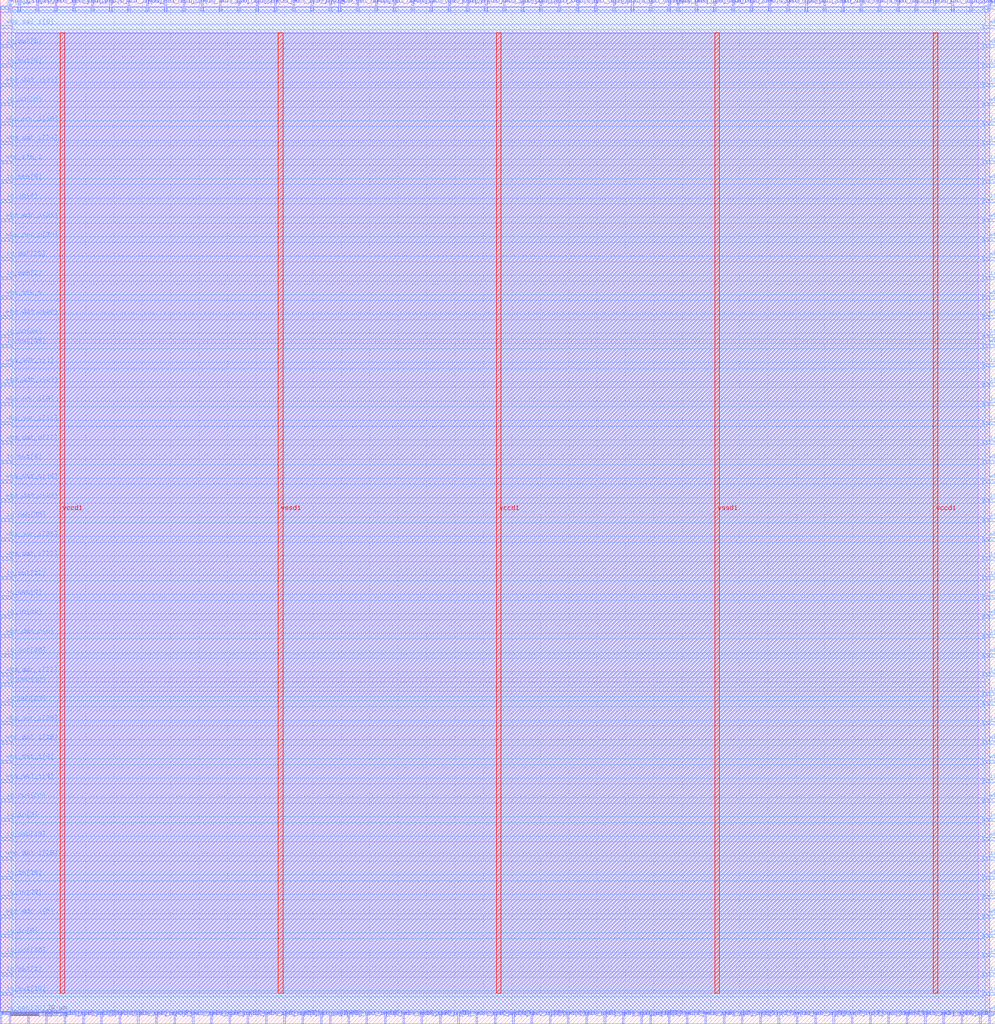
<source format=lef>
VERSION 5.7 ;
  NOWIREEXTENSIONATPIN ON ;
  DIVIDERCHAR "/" ;
  BUSBITCHARS "[]" ;
MACRO wrapped_etpu
  CLASS BLOCK ;
  FOREIGN wrapped_etpu ;
  ORIGIN 0.000 0.000 ;
  SIZE 350.000 BY 360.000 ;
  PIN active
    DIRECTION INPUT ;
    USE SIGNAL ;
    PORT
      LAYER met3 ;
        RECT 0.000 356.740 4.000 357.940 ;
    END
  END active
  PIN io_in[0]
    DIRECTION INPUT ;
    USE SIGNAL ;
    PORT
      LAYER met3 ;
        RECT 346.000 111.940 350.000 113.140 ;
    END
  END io_in[0]
  PIN io_in[10]
    DIRECTION INPUT ;
    USE SIGNAL ;
    PORT
      LAYER met2 ;
        RECT 260.770 0.000 261.330 4.000 ;
    END
  END io_in[10]
  PIN io_in[11]
    DIRECTION INPUT ;
    USE SIGNAL ;
    PORT
      LAYER met2 ;
        RECT 273.650 0.000 274.210 4.000 ;
    END
  END io_in[11]
  PIN io_in[12]
    DIRECTION INPUT ;
    USE SIGNAL ;
    PORT
      LAYER met2 ;
        RECT 80.450 0.000 81.010 4.000 ;
    END
  END io_in[12]
  PIN io_in[13]
    DIRECTION INPUT ;
    USE SIGNAL ;
    PORT
      LAYER met3 ;
        RECT 346.000 57.540 350.000 58.740 ;
    END
  END io_in[13]
  PIN io_in[14]
    DIRECTION INPUT ;
    USE SIGNAL ;
    PORT
      LAYER met3 ;
        RECT 346.000 43.940 350.000 45.140 ;
    END
  END io_in[14]
  PIN io_in[15]
    DIRECTION INPUT ;
    USE SIGNAL ;
    PORT
      LAYER met2 ;
        RECT 128.750 0.000 129.310 4.000 ;
    END
  END io_in[15]
  PIN io_in[16]
    DIRECTION INPUT ;
    USE SIGNAL ;
    PORT
      LAYER met3 ;
        RECT 0.000 50.740 4.000 51.940 ;
    END
  END io_in[16]
  PIN io_in[17]
    DIRECTION INPUT ;
    USE SIGNAL ;
    PORT
      LAYER met3 ;
        RECT 346.000 183.340 350.000 184.540 ;
    END
  END io_in[17]
  PIN io_in[18]
    DIRECTION INPUT ;
    USE SIGNAL ;
    PORT
      LAYER met3 ;
        RECT 346.000 135.740 350.000 136.940 ;
    END
  END io_in[18]
  PIN io_in[19]
    DIRECTION INPUT ;
    USE SIGNAL ;
    PORT
      LAYER met2 ;
        RECT 286.530 0.000 287.090 4.000 ;
    END
  END io_in[19]
  PIN io_in[1]
    DIRECTION INPUT ;
    USE SIGNAL ;
    PORT
      LAYER met2 ;
        RECT 109.430 356.000 109.990 360.000 ;
    END
  END io_in[1]
  PIN io_in[20]
    DIRECTION INPUT ;
    USE SIGNAL ;
    PORT
      LAYER met3 ;
        RECT 346.000 9.940 350.000 11.140 ;
    END
  END io_in[20]
  PIN io_in[21]
    DIRECTION INPUT ;
    USE SIGNAL ;
    PORT
      LAYER met3 ;
        RECT 346.000 261.540 350.000 262.740 ;
    END
  END io_in[21]
  PIN io_in[22]
    DIRECTION INPUT ;
    USE SIGNAL ;
    PORT
      LAYER met2 ;
        RECT 45.030 356.000 45.590 360.000 ;
    END
  END io_in[22]
  PIN io_in[23]
    DIRECTION INPUT ;
    USE SIGNAL ;
    PORT
      LAYER met2 ;
        RECT 296.190 356.000 296.750 360.000 ;
    END
  END io_in[23]
  PIN io_in[24]
    DIRECTION INPUT ;
    USE SIGNAL ;
    PORT
      LAYER met3 ;
        RECT 0.000 241.140 4.000 242.340 ;
    END
  END io_in[24]
  PIN io_in[25]
    DIRECTION INPUT ;
    USE SIGNAL ;
    PORT
      LAYER met2 ;
        RECT 321.950 356.000 322.510 360.000 ;
    END
  END io_in[25]
  PIN io_in[26]
    DIRECTION INPUT ;
    USE SIGNAL ;
    PORT
      LAYER met2 ;
        RECT 164.170 356.000 164.730 360.000 ;
    END
  END io_in[26]
  PIN io_in[27]
    DIRECTION INPUT ;
    USE SIGNAL ;
    PORT
      LAYER met2 ;
        RECT 267.210 0.000 267.770 4.000 ;
    END
  END io_in[27]
  PIN io_in[28]
    DIRECTION INPUT ;
    USE SIGNAL ;
    PORT
      LAYER met3 ;
        RECT 0.000 43.940 4.000 45.140 ;
    END
  END io_in[28]
  PIN io_in[29]
    DIRECTION INPUT ;
    USE SIGNAL ;
    PORT
      LAYER met2 ;
        RECT 228.570 0.000 229.130 4.000 ;
    END
  END io_in[29]
  PIN io_in[2]
    DIRECTION INPUT ;
    USE SIGNAL ;
    PORT
      LAYER met2 ;
        RECT 64.350 356.000 64.910 360.000 ;
    END
  END io_in[2]
  PIN io_in[30]
    DIRECTION INPUT ;
    USE SIGNAL ;
    PORT
      LAYER met2 ;
        RECT 6.390 356.000 6.950 360.000 ;
    END
  END io_in[30]
  PIN io_in[31]
    DIRECTION INPUT ;
    USE SIGNAL ;
    PORT
      LAYER met2 ;
        RECT 90.110 356.000 90.670 360.000 ;
    END
  END io_in[31]
  PIN io_in[32]
    DIRECTION INPUT ;
    USE SIGNAL ;
    PORT
      LAYER met3 ;
        RECT 0.000 142.540 4.000 143.740 ;
    END
  END io_in[32]
  PIN io_in[33]
    DIRECTION INPUT ;
    USE SIGNAL ;
    PORT
      LAYER met3 ;
        RECT 346.000 16.740 350.000 17.940 ;
    END
  END io_in[33]
  PIN io_in[34]
    DIRECTION INPUT ;
    USE SIGNAL ;
    PORT
      LAYER met2 ;
        RECT 186.710 0.000 187.270 4.000 ;
    END
  END io_in[34]
  PIN io_in[35]
    DIRECTION INPUT ;
    USE SIGNAL ;
    PORT
      LAYER met3 ;
        RECT 346.000 122.140 350.000 123.340 ;
    END
  END io_in[35]
  PIN io_in[36]
    DIRECTION INPUT ;
    USE SIGNAL ;
    PORT
      LAYER met3 ;
        RECT 0.000 322.740 4.000 323.940 ;
    END
  END io_in[36]
  PIN io_in[37]
    DIRECTION INPUT ;
    USE SIGNAL ;
    PORT
      LAYER met3 ;
        RECT 346.000 241.140 350.000 242.340 ;
    END
  END io_in[37]
  PIN io_in[3]
    DIRECTION INPUT ;
    USE SIGNAL ;
    PORT
      LAYER met2 ;
        RECT 299.410 0.000 299.970 4.000 ;
    END
  END io_in[3]
  PIN io_in[4]
    DIRECTION INPUT ;
    USE SIGNAL ;
    PORT
      LAYER met3 ;
        RECT 0.000 288.740 4.000 289.940 ;
    END
  END io_in[4]
  PIN io_in[5]
    DIRECTION INPUT ;
    USE SIGNAL ;
    PORT
      LAYER met2 ;
        RECT 115.870 0.000 116.430 4.000 ;
    END
  END io_in[5]
  PIN io_in[6]
    DIRECTION INPUT ;
    USE SIGNAL ;
    PORT
      LAYER met2 ;
        RECT 154.510 0.000 155.070 4.000 ;
    END
  END io_in[6]
  PIN io_in[7]
    DIRECTION INPUT ;
    USE SIGNAL ;
    PORT
      LAYER met2 ;
        RECT 292.970 0.000 293.530 4.000 ;
    END
  END io_in[7]
  PIN io_in[8]
    DIRECTION INPUT ;
    USE SIGNAL ;
    PORT
      LAYER met3 ;
        RECT 0.000 71.140 4.000 72.340 ;
    END
  END io_in[8]
  PIN io_in[9]
    DIRECTION INPUT ;
    USE SIGNAL ;
    PORT
      LAYER met3 ;
        RECT 0.000 30.340 4.000 31.540 ;
    END
  END io_in[9]
  PIN io_oeb[0]
    DIRECTION INOUT ;
    USE SIGNAL ;
    PORT
      LAYER met2 ;
        RECT 235.010 0.000 235.570 4.000 ;
    END
  END io_oeb[0]
  PIN io_oeb[10]
    DIRECTION INOUT ;
    USE SIGNAL ;
    PORT
      LAYER met2 ;
        RECT 251.110 356.000 251.670 360.000 ;
    END
  END io_oeb[10]
  PIN io_oeb[11]
    DIRECTION INOUT ;
    USE SIGNAL ;
    PORT
      LAYER met2 ;
        RECT 312.290 0.000 312.850 4.000 ;
    END
  END io_oeb[11]
  PIN io_oeb[12]
    DIRECTION INOUT ;
    USE SIGNAL ;
    PORT
      LAYER met2 ;
        RECT 263.990 356.000 264.550 360.000 ;
    END
  END io_oeb[12]
  PIN io_oeb[13]
    DIRECTION INOUT ;
    USE SIGNAL ;
    PORT
      LAYER met3 ;
        RECT 346.000 217.340 350.000 218.540 ;
    END
  END io_oeb[13]
  PIN io_oeb[14]
    DIRECTION INOUT ;
    USE SIGNAL ;
    PORT
      LAYER met3 ;
        RECT 346.000 288.740 350.000 289.940 ;
    END
  END io_oeb[14]
  PIN io_oeb[15]
    DIRECTION INOUT ;
    USE SIGNAL ;
    PORT
      LAYER met3 ;
        RECT 346.000 210.540 350.000 211.740 ;
    END
  END io_oeb[15]
  PIN io_oeb[16]
    DIRECTION INOUT ;
    USE SIGNAL ;
    PORT
      LAYER met3 ;
        RECT 0.000 118.740 4.000 119.940 ;
    END
  END io_oeb[16]
  PIN io_oeb[17]
    DIRECTION INOUT ;
    USE SIGNAL ;
    PORT
      LAYER met2 ;
        RECT 173.830 0.000 174.390 4.000 ;
    END
  END io_oeb[17]
  PIN io_oeb[18]
    DIRECTION INOUT ;
    USE SIGNAL ;
    PORT
      LAYER met2 ;
        RECT 315.510 356.000 316.070 360.000 ;
    END
  END io_oeb[18]
  PIN io_oeb[19]
    DIRECTION INOUT ;
    USE SIGNAL ;
    PORT
      LAYER met3 ;
        RECT 0.000 64.340 4.000 65.540 ;
    END
  END io_oeb[19]
  PIN io_oeb[1]
    DIRECTION INOUT ;
    USE SIGNAL ;
    PORT
      LAYER met3 ;
        RECT 346.000 23.540 350.000 24.740 ;
    END
  END io_oeb[1]
  PIN io_oeb[20]
    DIRECTION INOUT ;
    USE SIGNAL ;
    PORT
      LAYER met3 ;
        RECT 0.000 3.140 4.000 4.340 ;
    END
  END io_oeb[20]
  PIN io_oeb[21]
    DIRECTION INOUT ;
    USE SIGNAL ;
    PORT
      LAYER met2 ;
        RECT 99.770 0.000 100.330 4.000 ;
    END
  END io_oeb[21]
  PIN io_oeb[22]
    DIRECTION INOUT ;
    USE SIGNAL ;
    PORT
      LAYER met3 ;
        RECT 346.000 329.540 350.000 330.740 ;
    END
  END io_oeb[22]
  PIN io_oeb[23]
    DIRECTION INOUT ;
    USE SIGNAL ;
    PORT
      LAYER met2 ;
        RECT 283.310 356.000 283.870 360.000 ;
    END
  END io_oeb[23]
  PIN io_oeb[24]
    DIRECTION INOUT ;
    USE SIGNAL ;
    PORT
      LAYER met2 ;
        RECT 28.930 0.000 29.490 4.000 ;
    END
  END io_oeb[24]
  PIN io_oeb[25]
    DIRECTION INOUT ;
    USE SIGNAL ;
    PORT
      LAYER met2 ;
        RECT 112.650 0.000 113.210 4.000 ;
    END
  END io_oeb[25]
  PIN io_oeb[26]
    DIRECTION INOUT ;
    USE SIGNAL ;
    PORT
      LAYER met3 ;
        RECT 346.000 203.740 350.000 204.940 ;
    END
  END io_oeb[26]
  PIN io_oeb[27]
    DIRECTION INOUT ;
    USE SIGNAL ;
    PORT
      LAYER met2 ;
        RECT 225.350 0.000 225.910 4.000 ;
    END
  END io_oeb[27]
  PIN io_oeb[28]
    DIRECTION INOUT ;
    USE SIGNAL ;
    PORT
      LAYER met3 ;
        RECT 0.000 111.940 4.000 113.140 ;
    END
  END io_oeb[28]
  PIN io_oeb[29]
    DIRECTION INOUT ;
    USE SIGNAL ;
    PORT
      LAYER met2 ;
        RECT 157.730 356.000 158.290 360.000 ;
    END
  END io_oeb[29]
  PIN io_oeb[2]
    DIRECTION INOUT ;
    USE SIGNAL ;
    PORT
      LAYER met3 ;
        RECT 0.000 261.540 4.000 262.740 ;
    END
  END io_oeb[2]
  PIN io_oeb[30]
    DIRECTION INOUT ;
    USE SIGNAL ;
    PORT
      LAYER met2 ;
        RECT 25.710 356.000 26.270 360.000 ;
    END
  END io_oeb[30]
  PIN io_oeb[31]
    DIRECTION INOUT ;
    USE SIGNAL ;
    PORT
      LAYER met2 ;
        RECT 341.270 356.000 341.830 360.000 ;
    END
  END io_oeb[31]
  PIN io_oeb[32]
    DIRECTION INOUT ;
    USE SIGNAL ;
    PORT
      LAYER met2 ;
        RECT 196.370 356.000 196.930 360.000 ;
    END
  END io_oeb[32]
  PIN io_oeb[33]
    DIRECTION INOUT ;
    USE SIGNAL ;
    PORT
      LAYER met3 ;
        RECT 346.000 309.140 350.000 310.340 ;
    END
  END io_oeb[33]
  PIN io_oeb[34]
    DIRECTION INOUT ;
    USE SIGNAL ;
    PORT
      LAYER met3 ;
        RECT 346.000 315.940 350.000 317.140 ;
    END
  END io_oeb[34]
  PIN io_oeb[35]
    DIRECTION INOUT ;
    USE SIGNAL ;
    PORT
      LAYER met3 ;
        RECT 0.000 176.540 4.000 177.740 ;
    END
  END io_oeb[35]
  PIN io_oeb[36]
    DIRECTION INOUT ;
    USE SIGNAL ;
    PORT
      LAYER met2 ;
        RECT 289.750 356.000 290.310 360.000 ;
    END
  END io_oeb[36]
  PIN io_oeb[37]
    DIRECTION INOUT ;
    USE SIGNAL ;
    PORT
      LAYER met3 ;
        RECT 346.000 230.940 350.000 232.140 ;
    END
  END io_oeb[37]
  PIN io_oeb[3]
    DIRECTION INOUT ;
    USE SIGNAL ;
    PORT
      LAYER met2 ;
        RECT 57.910 356.000 58.470 360.000 ;
    END
  END io_oeb[3]
  PIN io_oeb[4]
    DIRECTION INOUT ;
    USE SIGNAL ;
    PORT
      LAYER met3 ;
        RECT 346.000 105.140 350.000 106.340 ;
    END
  END io_oeb[4]
  PIN io_oeb[5]
    DIRECTION INOUT ;
    USE SIGNAL ;
    PORT
      LAYER met3 ;
        RECT 0.000 295.540 4.000 296.740 ;
    END
  END io_oeb[5]
  PIN io_oeb[6]
    DIRECTION INOUT ;
    USE SIGNAL ;
    PORT
      LAYER met2 ;
        RECT 32.150 356.000 32.710 360.000 ;
    END
  END io_oeb[6]
  PIN io_oeb[7]
    DIRECTION INOUT ;
    USE SIGNAL ;
    PORT
      LAYER met3 ;
        RECT 346.000 336.340 350.000 337.540 ;
    END
  END io_oeb[7]
  PIN io_oeb[8]
    DIRECTION INOUT ;
    USE SIGNAL ;
    PORT
      LAYER met3 ;
        RECT 346.000 176.540 350.000 177.740 ;
    END
  END io_oeb[8]
  PIN io_oeb[9]
    DIRECTION INOUT ;
    USE SIGNAL ;
    PORT
      LAYER met3 ;
        RECT 0.000 149.340 4.000 150.540 ;
    END
  END io_oeb[9]
  PIN io_out[0]
    DIRECTION INOUT ;
    USE SIGNAL ;
    PORT
      LAYER met3 ;
        RECT 0.000 336.340 4.000 337.540 ;
    END
  END io_out[0]
  PIN io_out[10]
    DIRECTION INOUT ;
    USE SIGNAL ;
    PORT
      LAYER met3 ;
        RECT 0.000 9.940 4.000 11.140 ;
    END
  END io_out[10]
  PIN io_out[11]
    DIRECTION INOUT ;
    USE SIGNAL ;
    PORT
      LAYER met2 ;
        RECT 193.150 0.000 193.710 4.000 ;
    END
  END io_out[11]
  PIN io_out[12]
    DIRECTION INOUT ;
    USE SIGNAL ;
    PORT
      LAYER met3 ;
        RECT 0.000 156.140 4.000 157.340 ;
    END
  END io_out[12]
  PIN io_out[13]
    DIRECTION INOUT ;
    USE SIGNAL ;
    PORT
      LAYER met2 ;
        RECT 215.690 356.000 216.250 360.000 ;
    END
  END io_out[13]
  PIN io_out[14]
    DIRECTION INOUT ;
    USE SIGNAL ;
    PORT
      LAYER met2 ;
        RECT 347.710 356.000 348.270 360.000 ;
    END
  END io_out[14]
  PIN io_out[15]
    DIRECTION INOUT ;
    USE SIGNAL ;
    PORT
      LAYER met3 ;
        RECT 0.000 237.740 4.000 238.940 ;
    END
  END io_out[15]
  PIN io_out[16]
    DIRECTION INOUT ;
    USE SIGNAL ;
    PORT
      LAYER met2 ;
        RECT 35.370 0.000 35.930 4.000 ;
    END
  END io_out[16]
  PIN io_out[17]
    DIRECTION INOUT ;
    USE SIGNAL ;
    PORT
      LAYER met2 ;
        RECT 125.530 356.000 126.090 360.000 ;
    END
  END io_out[17]
  PIN io_out[18]
    DIRECTION INOUT ;
    USE SIGNAL ;
    PORT
      LAYER met3 ;
        RECT 346.000 84.740 350.000 85.940 ;
    END
  END io_out[18]
  PIN io_out[19]
    DIRECTION INOUT ;
    USE SIGNAL ;
    PORT
      LAYER met2 ;
        RECT 302.630 356.000 303.190 360.000 ;
    END
  END io_out[19]
  PIN io_out[1]
    DIRECTION INOUT ;
    USE SIGNAL ;
    PORT
      LAYER met3 ;
        RECT 0.000 16.740 4.000 17.940 ;
    END
  END io_out[1]
  PIN io_out[20]
    DIRECTION INOUT ;
    USE SIGNAL ;
    PORT
      LAYER met3 ;
        RECT 0.000 128.940 4.000 130.140 ;
    END
  END io_out[20]
  PIN io_out[21]
    DIRECTION INOUT ;
    USE SIGNAL ;
    PORT
      LAYER met2 ;
        RECT 305.850 0.000 306.410 4.000 ;
    END
  END io_out[21]
  PIN io_out[22]
    DIRECTION INOUT ;
    USE SIGNAL ;
    PORT
      LAYER met2 ;
        RECT 334.830 356.000 335.390 360.000 ;
    END
  END io_out[22]
  PIN io_out[23]
    DIRECTION INOUT ;
    USE SIGNAL ;
    PORT
      LAYER met2 ;
        RECT 235.010 356.000 235.570 360.000 ;
    END
  END io_out[23]
  PIN io_out[24]
    DIRECTION INOUT ;
    USE SIGNAL ;
    PORT
      LAYER met3 ;
        RECT 346.000 224.140 350.000 225.340 ;
    END
  END io_out[24]
  PIN io_out[25]
    DIRECTION INOUT ;
    USE SIGNAL ;
    PORT
      LAYER met3 ;
        RECT 0.000 268.340 4.000 269.540 ;
    END
  END io_out[25]
  PIN io_out[26]
    DIRECTION INOUT ;
    USE SIGNAL ;
    PORT
      LAYER met2 ;
        RECT 347.710 0.000 348.270 4.000 ;
    END
  END io_out[26]
  PIN io_out[27]
    DIRECTION INOUT ;
    USE SIGNAL ;
    PORT
      LAYER met3 ;
        RECT 346.000 156.140 350.000 157.340 ;
    END
  END io_out[27]
  PIN io_out[28]
    DIRECTION INOUT ;
    USE SIGNAL ;
    PORT
      LAYER met2 ;
        RECT 209.250 356.000 209.810 360.000 ;
    END
  END io_out[28]
  PIN io_out[29]
    DIRECTION INOUT ;
    USE SIGNAL ;
    PORT
      LAYER met2 ;
        RECT 257.550 356.000 258.110 360.000 ;
    END
  END io_out[29]
  PIN io_out[2]
    DIRECTION INOUT ;
    USE SIGNAL ;
    PORT
      LAYER met3 ;
        RECT 346.000 115.340 350.000 116.540 ;
    END
  END io_out[2]
  PIN io_out[30]
    DIRECTION INOUT ;
    USE SIGNAL ;
    PORT
      LAYER met3 ;
        RECT 0.000 23.540 4.000 24.740 ;
    END
  END io_out[30]
  PIN io_out[31]
    DIRECTION INOUT ;
    USE SIGNAL ;
    PORT
      LAYER met2 ;
        RECT 228.570 356.000 229.130 360.000 ;
    END
  END io_out[31]
  PIN io_out[32]
    DIRECTION INOUT ;
    USE SIGNAL ;
    PORT
      LAYER met2 ;
        RECT 83.670 356.000 84.230 360.000 ;
    END
  END io_out[32]
  PIN io_out[33]
    DIRECTION INOUT ;
    USE SIGNAL ;
    PORT
      LAYER met2 ;
        RECT 138.410 356.000 138.970 360.000 ;
    END
  END io_out[33]
  PIN io_out[34]
    DIRECTION INOUT ;
    USE SIGNAL ;
    PORT
      LAYER met2 ;
        RECT 189.930 356.000 190.490 360.000 ;
    END
  END io_out[34]
  PIN io_out[35]
    DIRECTION INOUT ;
    USE SIGNAL ;
    PORT
      LAYER met2 ;
        RECT 344.490 0.000 345.050 4.000 ;
    END
  END io_out[35]
  PIN io_out[36]
    DIRECTION INOUT ;
    USE SIGNAL ;
    PORT
      LAYER met3 ;
        RECT 0.000 77.940 4.000 79.140 ;
    END
  END io_out[36]
  PIN io_out[37]
    DIRECTION INOUT ;
    USE SIGNAL ;
    PORT
      LAYER met3 ;
        RECT 346.000 30.340 350.000 31.540 ;
    END
  END io_out[37]
  PIN io_out[3]
    DIRECTION INOUT ;
    USE SIGNAL ;
    PORT
      LAYER met2 ;
        RECT 54.690 0.000 55.250 4.000 ;
    END
  END io_out[3]
  PIN io_out[4]
    DIRECTION INOUT ;
    USE SIGNAL ;
    PORT
      LAYER met3 ;
        RECT 0.000 196.940 4.000 198.140 ;
    END
  END io_out[4]
  PIN io_out[5]
    DIRECTION INOUT ;
    USE SIGNAL ;
    PORT
      LAYER met2 ;
        RECT 183.490 356.000 184.050 360.000 ;
    END
  END io_out[5]
  PIN io_out[6]
    DIRECTION INOUT ;
    USE SIGNAL ;
    PORT
      LAYER met3 ;
        RECT 346.000 162.940 350.000 164.140 ;
    END
  END io_out[6]
  PIN io_out[7]
    DIRECTION INOUT ;
    USE SIGNAL ;
    PORT
      LAYER met3 ;
        RECT 346.000 71.140 350.000 72.340 ;
    END
  END io_out[7]
  PIN io_out[8]
    DIRECTION INOUT ;
    USE SIGNAL ;
    PORT
      LAYER met3 ;
        RECT 0.000 343.140 4.000 344.340 ;
    END
  END io_out[8]
  PIN io_out[9]
    DIRECTION INOUT ;
    USE SIGNAL ;
    PORT
      LAYER met3 ;
        RECT 346.000 302.340 350.000 303.540 ;
    END
  END io_out[9]
  PIN vccd1
    DIRECTION INOUT ;
    USE POWER ;
    PORT
      LAYER met4 ;
        RECT 21.040 10.640 22.640 348.400 ;
    END
    PORT
      LAYER met4 ;
        RECT 174.640 10.640 176.240 348.400 ;
    END
    PORT
      LAYER met4 ;
        RECT 328.240 10.640 329.840 348.400 ;
    END
  END vccd1
  PIN vssd1
    DIRECTION INOUT ;
    USE GROUND ;
    PORT
      LAYER met4 ;
        RECT 97.840 10.640 99.440 348.400 ;
    END
    PORT
      LAYER met4 ;
        RECT 251.440 10.640 253.040 348.400 ;
    END
  END vssd1
  PIN wb_clk_i
    DIRECTION INPUT ;
    USE SIGNAL ;
    PORT
      LAYER met2 ;
        RECT 115.870 356.000 116.430 360.000 ;
    END
  END wb_clk_i
  PIN wb_rst_i
    DIRECTION INPUT ;
    USE SIGNAL ;
    PORT
      LAYER met3 ;
        RECT 346.000 349.940 350.000 351.140 ;
    END
  END wb_rst_i
  PIN wbs_ack_o
    DIRECTION INOUT ;
    USE SIGNAL ;
    PORT
      LAYER met3 ;
        RECT 0.000 254.740 4.000 255.940 ;
    END
  END wbs_ack_o
  PIN wbs_adr_i[0]
    DIRECTION INPUT ;
    USE SIGNAL ;
    PORT
      LAYER met3 ;
        RECT 346.000 237.740 350.000 238.940 ;
    END
  END wbs_adr_i[0]
  PIN wbs_adr_i[10]
    DIRECTION INPUT ;
    USE SIGNAL ;
    PORT
      LAYER met3 ;
        RECT 346.000 295.540 350.000 296.740 ;
    END
  END wbs_adr_i[10]
  PIN wbs_adr_i[11]
    DIRECTION INPUT ;
    USE SIGNAL ;
    PORT
      LAYER met3 ;
        RECT 0.000 210.540 4.000 211.740 ;
    END
  END wbs_adr_i[11]
  PIN wbs_adr_i[12]
    DIRECTION INPUT ;
    USE SIGNAL ;
    PORT
      LAYER met2 ;
        RECT 16.050 0.000 16.610 4.000 ;
    END
  END wbs_adr_i[12]
  PIN wbs_adr_i[13]
    DIRECTION INPUT ;
    USE SIGNAL ;
    PORT
      LAYER met2 ;
        RECT 135.190 0.000 135.750 4.000 ;
    END
  END wbs_adr_i[13]
  PIN wbs_adr_i[14]
    DIRECTION INPUT ;
    USE SIGNAL ;
    PORT
      LAYER met3 ;
        RECT 346.000 91.540 350.000 92.740 ;
    END
  END wbs_adr_i[14]
  PIN wbs_adr_i[15]
    DIRECTION INPUT ;
    USE SIGNAL ;
    PORT
      LAYER met2 ;
        RECT 177.050 356.000 177.610 360.000 ;
    END
  END wbs_adr_i[15]
  PIN wbs_adr_i[16]
    DIRECTION INPUT ;
    USE SIGNAL ;
    PORT
      LAYER met2 ;
        RECT 160.950 0.000 161.510 4.000 ;
    END
  END wbs_adr_i[16]
  PIN wbs_adr_i[17]
    DIRECTION INPUT ;
    USE SIGNAL ;
    PORT
      LAYER met3 ;
        RECT 346.000 64.340 350.000 65.540 ;
    END
  END wbs_adr_i[17]
  PIN wbs_adr_i[18]
    DIRECTION INPUT ;
    USE SIGNAL ;
    PORT
      LAYER met2 ;
        RECT 338.050 0.000 338.610 4.000 ;
    END
  END wbs_adr_i[18]
  PIN wbs_adr_i[19]
    DIRECTION INPUT ;
    USE SIGNAL ;
    PORT
      LAYER met3 ;
        RECT 0.000 315.940 4.000 317.140 ;
    END
  END wbs_adr_i[19]
  PIN wbs_adr_i[1]
    DIRECTION INPUT ;
    USE SIGNAL ;
    PORT
      LAYER met3 ;
        RECT 0.000 230.940 4.000 232.140 ;
    END
  END wbs_adr_i[1]
  PIN wbs_adr_i[20]
    DIRECTION INPUT ;
    USE SIGNAL ;
    PORT
      LAYER met3 ;
        RECT 346.000 196.940 350.000 198.140 ;
    END
  END wbs_adr_i[20]
  PIN wbs_adr_i[21]
    DIRECTION INPUT ;
    USE SIGNAL ;
    PORT
      LAYER met3 ;
        RECT 0.000 281.940 4.000 283.140 ;
    END
  END wbs_adr_i[21]
  PIN wbs_adr_i[22]
    DIRECTION INPUT ;
    USE SIGNAL ;
    PORT
      LAYER met3 ;
        RECT 0.000 122.140 4.000 123.340 ;
    END
  END wbs_adr_i[22]
  PIN wbs_adr_i[23]
    DIRECTION INPUT ;
    USE SIGNAL ;
    PORT
      LAYER met2 ;
        RECT 325.170 0.000 325.730 4.000 ;
    END
  END wbs_adr_i[23]
  PIN wbs_adr_i[24]
    DIRECTION INPUT ;
    USE SIGNAL ;
    PORT
      LAYER met2 ;
        RECT 102.990 356.000 103.550 360.000 ;
    END
  END wbs_adr_i[24]
  PIN wbs_adr_i[25]
    DIRECTION INPUT ;
    USE SIGNAL ;
    PORT
      LAYER met2 ;
        RECT 141.630 0.000 142.190 4.000 ;
    END
  END wbs_adr_i[25]
  PIN wbs_adr_i[26]
    DIRECTION INPUT ;
    USE SIGNAL ;
    PORT
      LAYER met3 ;
        RECT 0.000 169.740 4.000 170.940 ;
    END
  END wbs_adr_i[26]
  PIN wbs_adr_i[27]
    DIRECTION INPUT ;
    USE SIGNAL ;
    PORT
      LAYER met3 ;
        RECT 0.000 224.140 4.000 225.340 ;
    END
  END wbs_adr_i[27]
  PIN wbs_adr_i[28]
    DIRECTION INPUT ;
    USE SIGNAL ;
    PORT
      LAYER met3 ;
        RECT 0.000 105.140 4.000 106.340 ;
    END
  END wbs_adr_i[28]
  PIN wbs_adr_i[29]
    DIRECTION INPUT ;
    USE SIGNAL ;
    PORT
      LAYER met2 ;
        RECT 96.550 356.000 97.110 360.000 ;
    END
  END wbs_adr_i[29]
  PIN wbs_adr_i[2]
    DIRECTION INPUT ;
    USE SIGNAL ;
    PORT
      LAYER met2 ;
        RECT 106.210 0.000 106.770 4.000 ;
    END
  END wbs_adr_i[2]
  PIN wbs_adr_i[30]
    DIRECTION INPUT ;
    USE SIGNAL ;
    PORT
      LAYER met2 ;
        RECT 38.590 356.000 39.150 360.000 ;
    END
  END wbs_adr_i[30]
  PIN wbs_adr_i[31]
    DIRECTION INPUT ;
    USE SIGNAL ;
    PORT
      LAYER met3 ;
        RECT 346.000 37.140 350.000 38.340 ;
    END
  END wbs_adr_i[31]
  PIN wbs_adr_i[3]
    DIRECTION INPUT ;
    USE SIGNAL ;
    PORT
      LAYER met2 ;
        RECT 212.470 0.000 213.030 4.000 ;
    END
  END wbs_adr_i[3]
  PIN wbs_adr_i[4]
    DIRECTION INPUT ;
    USE SIGNAL ;
    PORT
      LAYER met3 ;
        RECT 346.000 281.940 350.000 283.140 ;
    END
  END wbs_adr_i[4]
  PIN wbs_adr_i[5]
    DIRECTION INPUT ;
    USE SIGNAL ;
    PORT
      LAYER met3 ;
        RECT 0.000 37.140 4.000 38.340 ;
    END
  END wbs_adr_i[5]
  PIN wbs_adr_i[6]
    DIRECTION INPUT ;
    USE SIGNAL ;
    PORT
      LAYER met2 ;
        RECT 86.890 0.000 87.450 4.000 ;
    END
  END wbs_adr_i[6]
  PIN wbs_adr_i[7]
    DIRECTION INPUT ;
    USE SIGNAL ;
    PORT
      LAYER met2 ;
        RECT 70.790 356.000 71.350 360.000 ;
    END
  END wbs_adr_i[7]
  PIN wbs_adr_i[8]
    DIRECTION INPUT ;
    USE SIGNAL ;
    PORT
      LAYER met2 ;
        RECT 280.090 0.000 280.650 4.000 ;
    END
  END wbs_adr_i[8]
  PIN wbs_adr_i[9]
    DIRECTION INPUT ;
    USE SIGNAL ;
    PORT
      LAYER met3 ;
        RECT 0.000 217.340 4.000 218.540 ;
    END
  END wbs_adr_i[9]
  PIN wbs_cyc_i
    DIRECTION INPUT ;
    USE SIGNAL ;
    PORT
      LAYER met2 ;
        RECT 276.870 356.000 277.430 360.000 ;
    END
  END wbs_cyc_i
  PIN wbs_dat_i[0]
    DIRECTION INPUT ;
    USE SIGNAL ;
    PORT
      LAYER met2 ;
        RECT 3.170 356.000 3.730 360.000 ;
    END
  END wbs_dat_i[0]
  PIN wbs_dat_i[10]
    DIRECTION INPUT ;
    USE SIGNAL ;
    PORT
      LAYER met2 ;
        RECT 77.230 356.000 77.790 360.000 ;
    END
  END wbs_dat_i[10]
  PIN wbs_dat_i[11]
    DIRECTION INPUT ;
    USE SIGNAL ;
    PORT
      LAYER met2 ;
        RECT 131.970 356.000 132.530 360.000 ;
    END
  END wbs_dat_i[11]
  PIN wbs_dat_i[12]
    DIRECTION INPUT ;
    USE SIGNAL ;
    PORT
      LAYER met2 ;
        RECT 119.090 356.000 119.650 360.000 ;
    END
  END wbs_dat_i[12]
  PIN wbs_dat_i[13]
    DIRECTION INPUT ;
    USE SIGNAL ;
    PORT
      LAYER met2 ;
        RECT 9.610 0.000 10.170 4.000 ;
    END
  END wbs_dat_i[13]
  PIN wbs_dat_i[14]
    DIRECTION INPUT ;
    USE SIGNAL ;
    PORT
      LAYER met2 ;
        RECT 61.130 0.000 61.690 4.000 ;
    END
  END wbs_dat_i[14]
  PIN wbs_dat_i[15]
    DIRECTION INPUT ;
    USE SIGNAL ;
    PORT
      LAYER met3 ;
        RECT 0.000 98.340 4.000 99.540 ;
    END
  END wbs_dat_i[15]
  PIN wbs_dat_i[16]
    DIRECTION INPUT ;
    USE SIGNAL ;
    PORT
      LAYER met2 ;
        RECT 167.390 0.000 167.950 4.000 ;
    END
  END wbs_dat_i[16]
  PIN wbs_dat_i[17]
    DIRECTION INPUT ;
    USE SIGNAL ;
    PORT
      LAYER met3 ;
        RECT 346.000 343.140 350.000 344.340 ;
    END
  END wbs_dat_i[17]
  PIN wbs_dat_i[18]
    DIRECTION INPUT ;
    USE SIGNAL ;
    PORT
      LAYER met2 ;
        RECT 12.830 356.000 13.390 360.000 ;
    END
  END wbs_dat_i[18]
  PIN wbs_dat_i[19]
    DIRECTION INPUT ;
    USE SIGNAL ;
    PORT
      LAYER met2 ;
        RECT 170.610 356.000 171.170 360.000 ;
    END
  END wbs_dat_i[19]
  PIN wbs_dat_i[1]
    DIRECTION INPUT ;
    USE SIGNAL ;
    PORT
      LAYER met2 ;
        RECT 41.810 0.000 42.370 4.000 ;
    END
  END wbs_dat_i[1]
  PIN wbs_dat_i[20]
    DIRECTION INPUT ;
    USE SIGNAL ;
    PORT
      LAYER met3 ;
        RECT 346.000 128.940 350.000 130.140 ;
    END
  END wbs_dat_i[20]
  PIN wbs_dat_i[21]
    DIRECTION INPUT ;
    USE SIGNAL ;
    PORT
      LAYER met3 ;
        RECT 346.000 268.340 350.000 269.540 ;
    END
  END wbs_dat_i[21]
  PIN wbs_dat_i[22]
    DIRECTION INPUT ;
    USE SIGNAL ;
    PORT
      LAYER met3 ;
        RECT 0.000 162.940 4.000 164.140 ;
    END
  END wbs_dat_i[22]
  PIN wbs_dat_i[23]
    DIRECTION INPUT ;
    USE SIGNAL ;
    PORT
      LAYER met3 ;
        RECT 346.000 190.140 350.000 191.340 ;
    END
  END wbs_dat_i[23]
  PIN wbs_dat_i[24]
    DIRECTION INPUT ;
    USE SIGNAL ;
    PORT
      LAYER met3 ;
        RECT 0.000 309.140 4.000 310.340 ;
    END
  END wbs_dat_i[24]
  PIN wbs_dat_i[25]
    DIRECTION INPUT ;
    USE SIGNAL ;
    PORT
      LAYER met3 ;
        RECT 0.000 57.540 4.000 58.740 ;
    END
  END wbs_dat_i[25]
  PIN wbs_dat_i[26]
    DIRECTION INPUT ;
    USE SIGNAL ;
    PORT
      LAYER met3 ;
        RECT 346.000 322.740 350.000 323.940 ;
    END
  END wbs_dat_i[26]
  PIN wbs_dat_i[27]
    DIRECTION INPUT ;
    USE SIGNAL ;
    PORT
      LAYER met2 ;
        RECT 202.810 356.000 203.370 360.000 ;
    END
  END wbs_dat_i[27]
  PIN wbs_dat_i[28]
    DIRECTION INPUT ;
    USE SIGNAL ;
    PORT
      LAYER met2 ;
        RECT 93.330 0.000 93.890 4.000 ;
    END
  END wbs_dat_i[28]
  PIN wbs_dat_i[29]
    DIRECTION INPUT ;
    USE SIGNAL ;
    PORT
      LAYER met3 ;
        RECT 346.000 142.540 350.000 143.740 ;
    END
  END wbs_dat_i[29]
  PIN wbs_dat_i[2]
    DIRECTION INPUT ;
    USE SIGNAL ;
    PORT
      LAYER met2 ;
        RECT 247.890 0.000 248.450 4.000 ;
    END
  END wbs_dat_i[2]
  PIN wbs_dat_i[30]
    DIRECTION INPUT ;
    USE SIGNAL ;
    PORT
      LAYER met3 ;
        RECT 346.000 50.740 350.000 51.940 ;
    END
  END wbs_dat_i[30]
  PIN wbs_dat_i[31]
    DIRECTION INPUT ;
    USE SIGNAL ;
    PORT
      LAYER met3 ;
        RECT 0.000 329.540 4.000 330.740 ;
    END
  END wbs_dat_i[31]
  PIN wbs_dat_i[3]
    DIRECTION INPUT ;
    USE SIGNAL ;
    PORT
      LAYER met2 ;
        RECT 318.730 0.000 319.290 4.000 ;
    END
  END wbs_dat_i[3]
  PIN wbs_dat_i[4]
    DIRECTION INPUT ;
    USE SIGNAL ;
    PORT
      LAYER met2 ;
        RECT 48.250 0.000 48.810 4.000 ;
    END
  END wbs_dat_i[4]
  PIN wbs_dat_i[5]
    DIRECTION INPUT ;
    USE SIGNAL ;
    PORT
      LAYER met2 ;
        RECT 148.070 0.000 148.630 4.000 ;
    END
  END wbs_dat_i[5]
  PIN wbs_dat_i[6]
    DIRECTION INPUT ;
    USE SIGNAL ;
    PORT
      LAYER met3 ;
        RECT 346.000 98.340 350.000 99.540 ;
    END
  END wbs_dat_i[6]
  PIN wbs_dat_i[7]
    DIRECTION INPUT ;
    USE SIGNAL ;
    PORT
      LAYER met3 ;
        RECT 346.000 356.740 350.000 357.940 ;
    END
  END wbs_dat_i[7]
  PIN wbs_dat_i[8]
    DIRECTION INPUT ;
    USE SIGNAL ;
    PORT
      LAYER met3 ;
        RECT 0.000 91.540 4.000 92.740 ;
    END
  END wbs_dat_i[8]
  PIN wbs_dat_i[9]
    DIRECTION INPUT ;
    USE SIGNAL ;
    PORT
      LAYER met2 ;
        RECT 331.610 0.000 332.170 4.000 ;
    END
  END wbs_dat_i[9]
  PIN wbs_dat_o[0]
    DIRECTION INOUT ;
    USE SIGNAL ;
    PORT
      LAYER met3 ;
        RECT 0.000 135.740 4.000 136.940 ;
    END
  END wbs_dat_o[0]
  PIN wbs_dat_o[10]
    DIRECTION INOUT ;
    USE SIGNAL ;
    PORT
      LAYER met3 ;
        RECT 346.000 149.340 350.000 150.540 ;
    END
  END wbs_dat_o[10]
  PIN wbs_dat_o[11]
    DIRECTION INOUT ;
    USE SIGNAL ;
    PORT
      LAYER met2 ;
        RECT 3.170 0.000 3.730 4.000 ;
    END
  END wbs_dat_o[11]
  PIN wbs_dat_o[12]
    DIRECTION INOUT ;
    USE SIGNAL ;
    PORT
      LAYER met3 ;
        RECT 346.000 275.140 350.000 276.340 ;
    END
  END wbs_dat_o[12]
  PIN wbs_dat_o[13]
    DIRECTION INOUT ;
    USE SIGNAL ;
    PORT
      LAYER met2 ;
        RECT 328.390 356.000 328.950 360.000 ;
    END
  END wbs_dat_o[13]
  PIN wbs_dat_o[14]
    DIRECTION INOUT ;
    USE SIGNAL ;
    PORT
      LAYER met3 ;
        RECT 346.000 3.140 350.000 4.340 ;
    END
  END wbs_dat_o[14]
  PIN wbs_dat_o[15]
    DIRECTION INOUT ;
    USE SIGNAL ;
    PORT
      LAYER met2 ;
        RECT 309.070 356.000 309.630 360.000 ;
    END
  END wbs_dat_o[15]
  PIN wbs_dat_o[16]
    DIRECTION INOUT ;
    USE SIGNAL ;
    PORT
      LAYER met3 ;
        RECT 0.000 190.140 4.000 191.340 ;
    END
  END wbs_dat_o[16]
  PIN wbs_dat_o[17]
    DIRECTION INOUT ;
    USE SIGNAL ;
    PORT
      LAYER met3 ;
        RECT 0.000 203.740 4.000 204.940 ;
    END
  END wbs_dat_o[17]
  PIN wbs_dat_o[18]
    DIRECTION INOUT ;
    USE SIGNAL ;
    PORT
      LAYER met2 ;
        RECT 218.910 0.000 219.470 4.000 ;
    END
  END wbs_dat_o[18]
  PIN wbs_dat_o[19]
    DIRECTION INOUT ;
    USE SIGNAL ;
    PORT
      LAYER met2 ;
        RECT -0.050 0.000 0.510 4.000 ;
    END
  END wbs_dat_o[19]
  PIN wbs_dat_o[1]
    DIRECTION INOUT ;
    USE SIGNAL ;
    PORT
      LAYER met2 ;
        RECT 254.330 0.000 254.890 4.000 ;
    END
  END wbs_dat_o[1]
  PIN wbs_dat_o[20]
    DIRECTION INOUT ;
    USE SIGNAL ;
    PORT
      LAYER met3 ;
        RECT 0.000 247.940 4.000 249.140 ;
    END
  END wbs_dat_o[20]
  PIN wbs_dat_o[21]
    DIRECTION INOUT ;
    USE SIGNAL ;
    PORT
      LAYER met2 ;
        RECT 19.270 356.000 19.830 360.000 ;
    END
  END wbs_dat_o[21]
  PIN wbs_dat_o[22]
    DIRECTION INOUT ;
    USE SIGNAL ;
    PORT
      LAYER met2 ;
        RECT 151.290 356.000 151.850 360.000 ;
    END
  END wbs_dat_o[22]
  PIN wbs_dat_o[23]
    DIRECTION INOUT ;
    USE SIGNAL ;
    PORT
      LAYER met3 ;
        RECT 0.000 183.340 4.000 184.540 ;
    END
  END wbs_dat_o[23]
  PIN wbs_dat_o[24]
    DIRECTION INOUT ;
    USE SIGNAL ;
    PORT
      LAYER met2 ;
        RECT 67.570 0.000 68.130 4.000 ;
    END
  END wbs_dat_o[24]
  PIN wbs_dat_o[25]
    DIRECTION INOUT ;
    USE SIGNAL ;
    PORT
      LAYER met2 ;
        RECT 22.490 0.000 23.050 4.000 ;
    END
  END wbs_dat_o[25]
  PIN wbs_dat_o[26]
    DIRECTION INOUT ;
    USE SIGNAL ;
    PORT
      LAYER met2 ;
        RECT 222.130 356.000 222.690 360.000 ;
    END
  END wbs_dat_o[26]
  PIN wbs_dat_o[27]
    DIRECTION INOUT ;
    USE SIGNAL ;
    PORT
      LAYER met2 ;
        RECT 144.850 356.000 145.410 360.000 ;
    END
  END wbs_dat_o[27]
  PIN wbs_dat_o[28]
    DIRECTION INOUT ;
    USE SIGNAL ;
    PORT
      LAYER met2 ;
        RECT 180.270 0.000 180.830 4.000 ;
    END
  END wbs_dat_o[28]
  PIN wbs_dat_o[29]
    DIRECTION INOUT ;
    USE SIGNAL ;
    PORT
      LAYER met2 ;
        RECT 270.430 356.000 270.990 360.000 ;
    END
  END wbs_dat_o[29]
  PIN wbs_dat_o[2]
    DIRECTION INOUT ;
    USE SIGNAL ;
    PORT
      LAYER met3 ;
        RECT 346.000 77.940 350.000 79.140 ;
    END
  END wbs_dat_o[2]
  PIN wbs_dat_o[30]
    DIRECTION INOUT ;
    USE SIGNAL ;
    PORT
      LAYER met3 ;
        RECT 0.000 275.140 4.000 276.340 ;
    END
  END wbs_dat_o[30]
  PIN wbs_dat_o[31]
    DIRECTION INOUT ;
    USE SIGNAL ;
    PORT
      LAYER met3 ;
        RECT 346.000 254.740 350.000 255.940 ;
    END
  END wbs_dat_o[31]
  PIN wbs_dat_o[3]
    DIRECTION INOUT ;
    USE SIGNAL ;
    PORT
      LAYER met2 ;
        RECT 74.010 0.000 74.570 4.000 ;
    END
  END wbs_dat_o[3]
  PIN wbs_dat_o[4]
    DIRECTION INOUT ;
    USE SIGNAL ;
    PORT
      LAYER met2 ;
        RECT 122.310 0.000 122.870 4.000 ;
    END
  END wbs_dat_o[4]
  PIN wbs_dat_o[5]
    DIRECTION INOUT ;
    USE SIGNAL ;
    PORT
      LAYER met2 ;
        RECT 199.590 0.000 200.150 4.000 ;
    END
  END wbs_dat_o[5]
  PIN wbs_dat_o[6]
    DIRECTION INOUT ;
    USE SIGNAL ;
    PORT
      LAYER met3 ;
        RECT 346.000 247.940 350.000 249.140 ;
    END
  END wbs_dat_o[6]
  PIN wbs_dat_o[7]
    DIRECTION INOUT ;
    USE SIGNAL ;
    PORT
      LAYER met2 ;
        RECT 206.030 0.000 206.590 4.000 ;
    END
  END wbs_dat_o[7]
  PIN wbs_dat_o[8]
    DIRECTION INOUT ;
    USE SIGNAL ;
    PORT
      LAYER met2 ;
        RECT 244.670 356.000 245.230 360.000 ;
    END
  END wbs_dat_o[8]
  PIN wbs_dat_o[9]
    DIRECTION INOUT ;
    USE SIGNAL ;
    PORT
      LAYER met2 ;
        RECT 238.230 356.000 238.790 360.000 ;
    END
  END wbs_dat_o[9]
  PIN wbs_sel_i[0]
    DIRECTION INPUT ;
    USE SIGNAL ;
    PORT
      LAYER met3 ;
        RECT 0.000 349.940 4.000 351.140 ;
    END
  END wbs_sel_i[0]
  PIN wbs_sel_i[1]
    DIRECTION INPUT ;
    USE SIGNAL ;
    PORT
      LAYER met2 ;
        RECT 51.470 356.000 52.030 360.000 ;
    END
  END wbs_sel_i[1]
  PIN wbs_sel_i[2]
    DIRECTION INPUT ;
    USE SIGNAL ;
    PORT
      LAYER met2 ;
        RECT 241.450 0.000 242.010 4.000 ;
    END
  END wbs_sel_i[2]
  PIN wbs_sel_i[3]
    DIRECTION INPUT ;
    USE SIGNAL ;
    PORT
      LAYER met3 ;
        RECT 0.000 84.740 4.000 85.940 ;
    END
  END wbs_sel_i[3]
  PIN wbs_stb_i
    DIRECTION INPUT ;
    USE SIGNAL ;
    PORT
      LAYER met3 ;
        RECT 0.000 302.340 4.000 303.540 ;
    END
  END wbs_stb_i
  PIN wbs_we_i
    DIRECTION INPUT ;
    USE SIGNAL ;
    PORT
      LAYER met3 ;
        RECT 346.000 169.740 350.000 170.940 ;
    END
  END wbs_we_i
  OBS
      LAYER li1 ;
        RECT 5.520 10.795 344.080 348.245 ;
      LAYER met1 ;
        RECT 0.070 4.120 348.150 348.400 ;
      LAYER met2 ;
        RECT 0.100 355.720 2.890 357.525 ;
        RECT 4.010 355.720 6.110 357.525 ;
        RECT 7.230 355.720 12.550 357.525 ;
        RECT 13.670 355.720 18.990 357.525 ;
        RECT 20.110 355.720 25.430 357.525 ;
        RECT 26.550 355.720 31.870 357.525 ;
        RECT 32.990 355.720 38.310 357.525 ;
        RECT 39.430 355.720 44.750 357.525 ;
        RECT 45.870 355.720 51.190 357.525 ;
        RECT 52.310 355.720 57.630 357.525 ;
        RECT 58.750 355.720 64.070 357.525 ;
        RECT 65.190 355.720 70.510 357.525 ;
        RECT 71.630 355.720 76.950 357.525 ;
        RECT 78.070 355.720 83.390 357.525 ;
        RECT 84.510 355.720 89.830 357.525 ;
        RECT 90.950 355.720 96.270 357.525 ;
        RECT 97.390 355.720 102.710 357.525 ;
        RECT 103.830 355.720 109.150 357.525 ;
        RECT 110.270 355.720 115.590 357.525 ;
        RECT 116.710 355.720 118.810 357.525 ;
        RECT 119.930 355.720 125.250 357.525 ;
        RECT 126.370 355.720 131.690 357.525 ;
        RECT 132.810 355.720 138.130 357.525 ;
        RECT 139.250 355.720 144.570 357.525 ;
        RECT 145.690 355.720 151.010 357.525 ;
        RECT 152.130 355.720 157.450 357.525 ;
        RECT 158.570 355.720 163.890 357.525 ;
        RECT 165.010 355.720 170.330 357.525 ;
        RECT 171.450 355.720 176.770 357.525 ;
        RECT 177.890 355.720 183.210 357.525 ;
        RECT 184.330 355.720 189.650 357.525 ;
        RECT 190.770 355.720 196.090 357.525 ;
        RECT 197.210 355.720 202.530 357.525 ;
        RECT 203.650 355.720 208.970 357.525 ;
        RECT 210.090 355.720 215.410 357.525 ;
        RECT 216.530 355.720 221.850 357.525 ;
        RECT 222.970 355.720 228.290 357.525 ;
        RECT 229.410 355.720 234.730 357.525 ;
        RECT 235.850 355.720 237.950 357.525 ;
        RECT 239.070 355.720 244.390 357.525 ;
        RECT 245.510 355.720 250.830 357.525 ;
        RECT 251.950 355.720 257.270 357.525 ;
        RECT 258.390 355.720 263.710 357.525 ;
        RECT 264.830 355.720 270.150 357.525 ;
        RECT 271.270 355.720 276.590 357.525 ;
        RECT 277.710 355.720 283.030 357.525 ;
        RECT 284.150 355.720 289.470 357.525 ;
        RECT 290.590 355.720 295.910 357.525 ;
        RECT 297.030 355.720 302.350 357.525 ;
        RECT 303.470 355.720 308.790 357.525 ;
        RECT 309.910 355.720 315.230 357.525 ;
        RECT 316.350 355.720 321.670 357.525 ;
        RECT 322.790 355.720 328.110 357.525 ;
        RECT 329.230 355.720 334.550 357.525 ;
        RECT 335.670 355.720 340.990 357.525 ;
        RECT 342.110 355.720 347.430 357.525 ;
        RECT 0.100 4.280 348.120 355.720 ;
        RECT 0.790 3.555 2.890 4.280 ;
        RECT 4.010 3.555 9.330 4.280 ;
        RECT 10.450 3.555 15.770 4.280 ;
        RECT 16.890 3.555 22.210 4.280 ;
        RECT 23.330 3.555 28.650 4.280 ;
        RECT 29.770 3.555 35.090 4.280 ;
        RECT 36.210 3.555 41.530 4.280 ;
        RECT 42.650 3.555 47.970 4.280 ;
        RECT 49.090 3.555 54.410 4.280 ;
        RECT 55.530 3.555 60.850 4.280 ;
        RECT 61.970 3.555 67.290 4.280 ;
        RECT 68.410 3.555 73.730 4.280 ;
        RECT 74.850 3.555 80.170 4.280 ;
        RECT 81.290 3.555 86.610 4.280 ;
        RECT 87.730 3.555 93.050 4.280 ;
        RECT 94.170 3.555 99.490 4.280 ;
        RECT 100.610 3.555 105.930 4.280 ;
        RECT 107.050 3.555 112.370 4.280 ;
        RECT 113.490 3.555 115.590 4.280 ;
        RECT 116.710 3.555 122.030 4.280 ;
        RECT 123.150 3.555 128.470 4.280 ;
        RECT 129.590 3.555 134.910 4.280 ;
        RECT 136.030 3.555 141.350 4.280 ;
        RECT 142.470 3.555 147.790 4.280 ;
        RECT 148.910 3.555 154.230 4.280 ;
        RECT 155.350 3.555 160.670 4.280 ;
        RECT 161.790 3.555 167.110 4.280 ;
        RECT 168.230 3.555 173.550 4.280 ;
        RECT 174.670 3.555 179.990 4.280 ;
        RECT 181.110 3.555 186.430 4.280 ;
        RECT 187.550 3.555 192.870 4.280 ;
        RECT 193.990 3.555 199.310 4.280 ;
        RECT 200.430 3.555 205.750 4.280 ;
        RECT 206.870 3.555 212.190 4.280 ;
        RECT 213.310 3.555 218.630 4.280 ;
        RECT 219.750 3.555 225.070 4.280 ;
        RECT 226.190 3.555 228.290 4.280 ;
        RECT 229.410 3.555 234.730 4.280 ;
        RECT 235.850 3.555 241.170 4.280 ;
        RECT 242.290 3.555 247.610 4.280 ;
        RECT 248.730 3.555 254.050 4.280 ;
        RECT 255.170 3.555 260.490 4.280 ;
        RECT 261.610 3.555 266.930 4.280 ;
        RECT 268.050 3.555 273.370 4.280 ;
        RECT 274.490 3.555 279.810 4.280 ;
        RECT 280.930 3.555 286.250 4.280 ;
        RECT 287.370 3.555 292.690 4.280 ;
        RECT 293.810 3.555 299.130 4.280 ;
        RECT 300.250 3.555 305.570 4.280 ;
        RECT 306.690 3.555 312.010 4.280 ;
        RECT 313.130 3.555 318.450 4.280 ;
        RECT 319.570 3.555 324.890 4.280 ;
        RECT 326.010 3.555 331.330 4.280 ;
        RECT 332.450 3.555 337.770 4.280 ;
        RECT 338.890 3.555 344.210 4.280 ;
        RECT 345.330 3.555 347.430 4.280 ;
      LAYER met3 ;
        RECT 4.400 356.340 345.600 357.505 ;
        RECT 4.000 351.540 346.530 356.340 ;
        RECT 4.400 349.540 345.600 351.540 ;
        RECT 4.000 344.740 346.530 349.540 ;
        RECT 4.400 342.740 345.600 344.740 ;
        RECT 4.000 337.940 346.530 342.740 ;
        RECT 4.400 335.940 345.600 337.940 ;
        RECT 4.000 331.140 346.530 335.940 ;
        RECT 4.400 329.140 345.600 331.140 ;
        RECT 4.000 324.340 346.530 329.140 ;
        RECT 4.400 322.340 345.600 324.340 ;
        RECT 4.000 317.540 346.530 322.340 ;
        RECT 4.400 315.540 345.600 317.540 ;
        RECT 4.000 310.740 346.530 315.540 ;
        RECT 4.400 308.740 345.600 310.740 ;
        RECT 4.000 303.940 346.530 308.740 ;
        RECT 4.400 301.940 345.600 303.940 ;
        RECT 4.000 297.140 346.530 301.940 ;
        RECT 4.400 295.140 345.600 297.140 ;
        RECT 4.000 290.340 346.530 295.140 ;
        RECT 4.400 288.340 345.600 290.340 ;
        RECT 4.000 283.540 346.530 288.340 ;
        RECT 4.400 281.540 345.600 283.540 ;
        RECT 4.000 276.740 346.530 281.540 ;
        RECT 4.400 274.740 345.600 276.740 ;
        RECT 4.000 269.940 346.530 274.740 ;
        RECT 4.400 267.940 345.600 269.940 ;
        RECT 4.000 263.140 346.530 267.940 ;
        RECT 4.400 261.140 345.600 263.140 ;
        RECT 4.000 256.340 346.530 261.140 ;
        RECT 4.400 254.340 345.600 256.340 ;
        RECT 4.000 249.540 346.530 254.340 ;
        RECT 4.400 247.540 345.600 249.540 ;
        RECT 4.000 242.740 346.530 247.540 ;
        RECT 4.400 240.740 345.600 242.740 ;
        RECT 4.000 239.340 346.530 240.740 ;
        RECT 4.400 237.340 345.600 239.340 ;
        RECT 4.000 232.540 346.530 237.340 ;
        RECT 4.400 230.540 345.600 232.540 ;
        RECT 4.000 225.740 346.530 230.540 ;
        RECT 4.400 223.740 345.600 225.740 ;
        RECT 4.000 218.940 346.530 223.740 ;
        RECT 4.400 216.940 345.600 218.940 ;
        RECT 4.000 212.140 346.530 216.940 ;
        RECT 4.400 210.140 345.600 212.140 ;
        RECT 4.000 205.340 346.530 210.140 ;
        RECT 4.400 203.340 345.600 205.340 ;
        RECT 4.000 198.540 346.530 203.340 ;
        RECT 4.400 196.540 345.600 198.540 ;
        RECT 4.000 191.740 346.530 196.540 ;
        RECT 4.400 189.740 345.600 191.740 ;
        RECT 4.000 184.940 346.530 189.740 ;
        RECT 4.400 182.940 345.600 184.940 ;
        RECT 4.000 178.140 346.530 182.940 ;
        RECT 4.400 176.140 345.600 178.140 ;
        RECT 4.000 171.340 346.530 176.140 ;
        RECT 4.400 169.340 345.600 171.340 ;
        RECT 4.000 164.540 346.530 169.340 ;
        RECT 4.400 162.540 345.600 164.540 ;
        RECT 4.000 157.740 346.530 162.540 ;
        RECT 4.400 155.740 345.600 157.740 ;
        RECT 4.000 150.940 346.530 155.740 ;
        RECT 4.400 148.940 345.600 150.940 ;
        RECT 4.000 144.140 346.530 148.940 ;
        RECT 4.400 142.140 345.600 144.140 ;
        RECT 4.000 137.340 346.530 142.140 ;
        RECT 4.400 135.340 345.600 137.340 ;
        RECT 4.000 130.540 346.530 135.340 ;
        RECT 4.400 128.540 345.600 130.540 ;
        RECT 4.000 123.740 346.530 128.540 ;
        RECT 4.400 121.740 345.600 123.740 ;
        RECT 4.000 120.340 346.530 121.740 ;
        RECT 4.400 118.340 346.530 120.340 ;
        RECT 4.000 116.940 346.530 118.340 ;
        RECT 4.000 114.940 345.600 116.940 ;
        RECT 4.000 113.540 346.530 114.940 ;
        RECT 4.400 111.540 345.600 113.540 ;
        RECT 4.000 106.740 346.530 111.540 ;
        RECT 4.400 104.740 345.600 106.740 ;
        RECT 4.000 99.940 346.530 104.740 ;
        RECT 4.400 97.940 345.600 99.940 ;
        RECT 4.000 93.140 346.530 97.940 ;
        RECT 4.400 91.140 345.600 93.140 ;
        RECT 4.000 86.340 346.530 91.140 ;
        RECT 4.400 84.340 345.600 86.340 ;
        RECT 4.000 79.540 346.530 84.340 ;
        RECT 4.400 77.540 345.600 79.540 ;
        RECT 4.000 72.740 346.530 77.540 ;
        RECT 4.400 70.740 345.600 72.740 ;
        RECT 4.000 65.940 346.530 70.740 ;
        RECT 4.400 63.940 345.600 65.940 ;
        RECT 4.000 59.140 346.530 63.940 ;
        RECT 4.400 57.140 345.600 59.140 ;
        RECT 4.000 52.340 346.530 57.140 ;
        RECT 4.400 50.340 345.600 52.340 ;
        RECT 4.000 45.540 346.530 50.340 ;
        RECT 4.400 43.540 345.600 45.540 ;
        RECT 4.000 38.740 346.530 43.540 ;
        RECT 4.400 36.740 345.600 38.740 ;
        RECT 4.000 31.940 346.530 36.740 ;
        RECT 4.400 29.940 345.600 31.940 ;
        RECT 4.000 25.140 346.530 29.940 ;
        RECT 4.400 23.140 345.600 25.140 ;
        RECT 4.000 18.340 346.530 23.140 ;
        RECT 4.400 16.340 345.600 18.340 ;
        RECT 4.000 11.540 346.530 16.340 ;
        RECT 4.400 9.540 345.600 11.540 ;
        RECT 4.000 4.740 346.530 9.540 ;
        RECT 4.400 3.575 345.600 4.740 ;
  END
END wrapped_etpu
END LIBRARY


</source>
